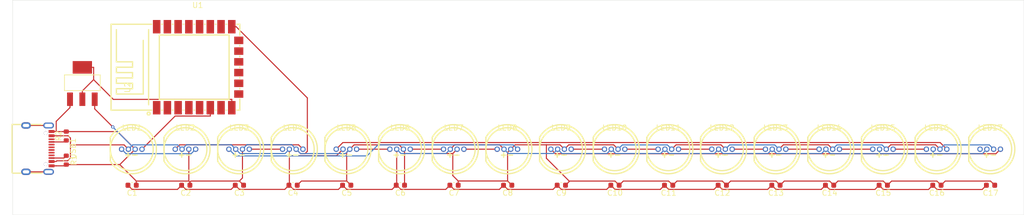
<source format=kicad_pcb>
(kicad_pcb (version 20240108) (generator "pcbnew") (generator_version "8.0")
  (layers (0 "F.Cu" signal) (31 "B.Cu" signal) (34 "B.Paste" user) (35 "F.Paste" user) (36 "B.SilkS" user "B.Silkscreen") (37 "F.SilkS" user "F.Silkscreen") (38 "B.Mask" user) (39 "F.Mask" user) (44 "Edge.Cuts" user))
  (net 0 "")
  (net 1 "GND")
  (net 2 "+5V")
  (net 3 "Net-(LED1-DIN)")
  (net 4 "Net-(LED1-DOUT)")
  (net 5 "Net-(LED2-DOUT)")
  (net 6 "Net-(LED3-DIN)")
  (net 7 "Net-(LED3-DOUT)")
  (net 8 "Net-(LED16-DIN)")
  (net 9 "Net-(LED5-DIN)")
  (net 10 "Net-(LED6-DIN)")
  (net 11 "Net-(LED7-DIN)")
  (net 12 "Net-(LED10-DOUT)")
  (net 13 "Net-(LED17-DIN)")
  (net 14 "Net-(LED10-DIN)")
  (net 15 "Net-(LED11-DIN)")
  (net 16 "Net-(LED12-DIN)")
  (net 17 "Net-(LED13-DIN)")
  (net 18 "Net-(LED14-DIN)")
  (net 19 "Net-(LED15-DIN)")
  (net 21 "Net-(USB1-CC2)")
  (net 22 "Net-(USB1-CC1)")
  (net 26 "Net-(U1-VCC)")
  (net 48 "unconnected-(USB1-SHELL-Pad14)")
  (net 49 "unconnected-(USB1-SHELL-Pad13)")
  (footprint "Capacitor_SMD:C_0603_1608Metric" (layer "F.Cu") (at 121.775 61 180)
    (property "Reference" "C5" (at 0 -1.43 0) (layer "F.SilkS"))
    (property "Value" "10uF")
    (pad "1" smd roundrect (at -0.775 0 180) (size 0.9 0.95) (layers "F.Cu" "F.Paste" "F.Mask") (net 1 "GND"))
    (pad "2" smd roundrect (at 0.775 0 180) (size 0.9 0.95) (layers "F.Cu" "F.Paste" "F.Mask") (net 2 "+5V"))
  )
  (footprint "easyeda2kicad:LED-TH_WS2812D-F8" (layer "F.Cu") (at 101.715 54.2838)
    (property "Reference" "LED3" (at 0 -4 0) (layer "F.SilkS"))
    (property "Value" "WS2812D-F8")
    (pad "1" thru_hole circle (at -1.9 0) (size 1 1) (drill 0.599999) (layers "*.Cu" "*.Mask") (net 7 "Net-(LED3-DOUT)"))
    (pad "2" thru_hole circle (at -0.63 0) (size 1 1) (drill 0.599999) (layers "*.Cu" "*.Mask") (net 2 "+5V"))
    (pad "3" thru_hole circle (at 0.63 0) (size 1 1) (drill 0.599999) (layers "*.Cu" "*.Mask") (net 1 "GND"))
    (pad "4" thru_hole circle (at 1.9 0) (size 1 1) (drill 0.599999) (layers "*.Cu" "*.Mask") (net 6 "Net-(LED3-DIN)"))
  )
  (footprint "easyeda2kicad:LED-TH_WS2812D-F8" (layer "F.Cu") (at 241.715 54.2838)
    (property "Reference" "LED17" (at 0 -4 0) (layer "F.SilkS"))
    (property "Value" "WS2812D-F8")
    (pad "1" thru_hole circle (at -1.9 0) (size 1 1) (drill 0.599999) (layers "*.Cu" "*.Mask"))
    (pad "2" thru_hole circle (at -0.63 0) (size 1 1) (drill 0.599999) (layers "*.Cu" "*.Mask") (net 2 "+5V"))
    (pad "3" thru_hole circle (at 0.63 0) (size 1 1) (drill 0.599999) (layers "*.Cu" "*.Mask") (net 1 "GND"))
    (pad "4" thru_hole circle (at 1.9 0) (size 1 1) (drill 0.599999) (layers "*.Cu" "*.Mask") (net 13 "Net-(LED17-DIN)"))
  )
  (footprint "easyeda2kicad:LED-TH_WS2812D-F8" (layer "F.Cu") (at 141.715 54.2838)
    (property "Reference" "LED7" (at 0 -4 0) (layer "F.SilkS"))
    (property "Value" "WS2812D-F8")
    (pad "1" thru_hole circle (at -1.9 0) (size 1 1) (drill 0.599999) (layers "*.Cu" "*.Mask") (net 10 "Net-(LED6-DIN)"))
    (pad "2" thru_hole circle (at -0.63 0) (size 1 1) (drill 0.599999) (layers "*.Cu" "*.Mask") (net 2 "+5V"))
    (pad "3" thru_hole circle (at 0.63 0) (size 1 1) (drill 0.599999) (layers "*.Cu" "*.Mask") (net 1 "GND"))
    (pad "4" thru_hole circle (at 1.9 0) (size 1 1) (drill 0.599999) (layers "*.Cu" "*.Mask") (net 11 "Net-(LED7-DIN)"))
  )
  (footprint "Capacitor_SMD:C_0603_1608Metric" (layer "F.Cu") (at 211.775 61 180)
    (property "Reference" "C14" (at 0 -1.43 0) (layer "F.SilkS"))
    (property "Value" "10uF")
    (pad "1" smd roundrect (at -0.775 0 180) (size 0.9 0.95) (layers "F.Cu" "F.Paste" "F.Mask") (net 1 "GND"))
    (pad "2" smd roundrect (at 0.775 0 180) (size 0.9 0.95) (layers "F.Cu" "F.Paste" "F.Mask") (net 2 "+5V"))
  )
  (footprint "easyeda2kicad:LED-TH_WS2812D-F8" (layer "F.Cu") (at 221.715 54.2838)
    (property "Reference" "LED15" (at 0 -4 0) (layer "F.SilkS"))
    (property "Value" "WS2812D-F8")
    (pad "1" thru_hole circle (at -1.9 0) (size 1 1) (drill 0.599999) (layers "*.Cu" "*.Mask") (net 18 "Net-(LED14-DIN)"))
    (pad "2" thru_hole circle (at -0.63 0) (size 1 1) (drill 0.599999) (layers "*.Cu" "*.Mask") (net 2 "+5V"))
    (pad "3" thru_hole circle (at 0.63 0) (size 1 1) (drill 0.599999) (layers "*.Cu" "*.Mask") (net 1 "GND"))
    (pad "4" thru_hole circle (at 1.9 0) (size 1 1) (drill 0.599999) (layers "*.Cu" "*.Mask") (net 19 "Net-(LED15-DIN)"))
  )
  (footprint "easyeda2kicad:LED-TH_WS2812D-F8" (layer "F.Cu") (at 191.715 54.2838)
    (property "Reference" "LED12" (at 0 -4 0) (layer "F.SilkS"))
    (property "Value" "WS2812D-F8")
    (pad "1" thru_hole circle (at -1.9 0) (size 1 1) (drill 0.599999) (layers "*.Cu" "*.Mask") (net 15 "Net-(LED11-DIN)"))
    (pad "2" thru_hole circle (at -0.63 0) (size 1 1) (drill 0.599999) (layers "*.Cu" "*.Mask") (net 2 "+5V"))
    (pad "3" thru_hole circle (at 0.63 0) (size 1 1) (drill 0.599999) (layers "*.Cu" "*.Mask") (net 1 "GND"))
    (pad "4" thru_hole circle (at 1.9 0) (size 1 1) (drill 0.599999) (layers "*.Cu" "*.Mask") (net 16 "Net-(LED12-DIN)"))
  )
  (footprint "Capacitor_SMD:C_0603_1608Metric" (layer "F.Cu") (at 141.775 61 180)
    (property "Reference" "C7" (at 0 -1.43 0) (layer "F.SilkS"))
    (property "Value" "10uF")
    (pad "1" smd roundrect (at -0.775 0 180) (size 0.9 0.95) (layers "F.Cu" "F.Paste" "F.Mask") (net 1 "GND"))
    (pad "2" smd roundrect (at 0.775 0 180) (size 0.9 0.95) (layers "F.Cu" "F.Paste" "F.Mask") (net 2 "+5V"))
  )
  (footprint "Capacitor_SMD:C_0603_1608Metric" (layer "F.Cu") (at 221.775 61 180)
    (property "Reference" "C15" (at 0 -1.43 0) (layer "F.SilkS"))
    (property "Value" "10uF")
    (pad "1" smd roundrect (at -0.775 0 180) (size 0.9 0.95) (layers "F.Cu" "F.Paste" "F.Mask") (net 1 "GND"))
    (pad "2" smd roundrect (at 0.775 0 180) (size 0.9 0.95) (layers "F.Cu" "F.Paste" "F.Mask") (net 2 "+5V"))
  )
  (footprint "Capacitor_SMD:C_0603_1608Metric" (layer "F.Cu") (at 181.775 61 180)
    (property "Reference" "C11" (at 0 -1.43 0) (layer "F.SilkS"))
    (property "Value" "10uF")
    (pad "1" smd roundrect (at -0.775 0 180) (size 0.9 0.95) (layers "F.Cu" "F.Paste" "F.Mask") (net 1 "GND"))
    (pad "2" smd roundrect (at 0.775 0 180) (size 0.9 0.95) (layers "F.Cu" "F.Paste" "F.Mask") (net 2 "+5V"))
  )
  (footprint "easyeda2kicad:LED-TH_WS2812D-F8" (layer "F.Cu") (at 171.715 54.2838)
    (property "Reference" "LED10" (at 0 -4 0) (layer "F.SilkS"))
    (property "Value" "WS2812D-F8")
    (pad "1" thru_hole circle (at -1.9 0) (size 1 1) (drill 0.599999) (layers "*.Cu" "*.Mask") (net 12 "Net-(LED10-DOUT)"))
    (pad "2" thru_hole circle (at -0.63 0) (size 1 1) (drill 0.599999) (layers "*.Cu" "*.Mask") (net 2 "+5V"))
    (pad "3" thru_hole circle (at 0.63 0) (size 1 1) (drill 0.599999) (layers "*.Cu" "*.Mask") (net 1 "GND"))
    (pad "4" thru_hole circle (at 1.9 0) (size 1 1) (drill 0.599999) (layers "*.Cu" "*.Mask") (net 14 "Net-(LED10-DIN)"))
  )
  (footprint "easyeda2kicad:LED-TH_WS2812D-F8" (layer "F.Cu") (at 211.715 54.2838)
    (property "Reference" "LED14" (at 0 -4 0) (layer "F.SilkS"))
    (property "Value" "WS2812D-F8")
    (pad "1" thru_hole circle (at -1.9 0) (size 1 1) (drill 0.599999) (layers "*.Cu" "*.Mask") (net 17 "Net-(LED13-DIN)"))
    (pad "2" thru_hole circle (at -0.63 0) (size 1 1) (drill 0.599999) (layers "*.Cu" "*.Mask") (net 2 "+5V"))
    (pad "3" thru_hole circle (at 0.63 0) (size 1 1) (drill 0.599999) (layers "*.Cu" "*.Mask") (net 1 "GND"))
    (pad "4" thru_hole circle (at 1.9 0) (size 1 1) (drill 0.599999) (layers "*.Cu" "*.Mask") (net 18 "Net-(LED14-DIN)"))
  )
  (footprint "Capacitor_SMD:C_0603_1608Metric" (layer "F.Cu") (at 241.775 61 180)
    (property "Reference" "C17" (at 0 -1.43 0) (layer "F.SilkS"))
    (property "Value" "10uF")
    (pad "1" smd roundrect (at -0.775 0 180) (size 0.9 0.95) (layers "F.Cu" "F.Paste" "F.Mask") (net 1 "GND"))
    (pad "2" smd roundrect (at 0.775 0 180) (size 0.9 0.95) (layers "F.Cu" "F.Paste" "F.Mask") (net 2 "+5V"))
  )
  (footprint "Capacitor_SMD:C_0603_1608Metric" (layer "F.Cu") (at 91.775 61 180)
    (property "Reference" "C2" (at 0 -1.43 0) (layer "F.SilkS"))
    (property "Value" "10uF")
    (pad "1" smd roundrect (at -0.775 0 180) (size 0.9 0.95) (layers "F.Cu" "F.Paste" "F.Mask") (net 1 "GND"))
    (pad "2" smd roundrect (at 0.775 0 180) (size 0.9 0.95) (layers "F.Cu" "F.Paste" "F.Mask") (net 2 "+5V"))
  )
  (footprint "Capacitor_SMD:C_0603_1608Metric" (layer "F.Cu") (at 111.775 61 180)
    (property "Reference" "C4" (at 0 -1.43 0) (layer "F.SilkS"))
    (property "Value" "10uF")
    (pad "1" smd roundrect (at -0.775 0 180) (size 0.9 0.95) (layers "F.Cu" "F.Paste" "F.Mask") (net 1 "GND"))
    (pad "2" smd roundrect (at 0.775 0 180) (size 0.9 0.95) (layers "F.Cu" "F.Paste" "F.Mask") (net 2 "+5V"))
  )
  (footprint "Resistor_SMD:R_0603_1608Metric" (layer "F.Cu") (at 69.5 51.825 90)
    (property "Reference" "R2" (at 0 -1.43 90) (layer "F.SilkS"))
    (property "Value" "5.11K")
    (pad "1" smd roundrect (at -0.825 0 90) (size 0.8 0.95) (layers "F.Cu" "F.Paste" "F.Mask") (net 22 "Net-(USB1-CC1)"))
    (pad "2" smd roundrect (at 0.825 0 90) (size 0.8 0.95) (layers "F.Cu" "F.Paste" "F.Mask") (net 1 "GND"))
  )
  (footprint "easyeda2kicad:LED-TH_WS2812D-F8" (layer "F.Cu") (at 91.715 54.2838)
    (property "Reference" "LED2" (at 0 -4 0) (layer "F.SilkS"))
    (property "Value" "WS2812D-F8")
    (pad "1" thru_hole circle (at -1.9 0) (size 1 1) (drill 0.599999) (layers "*.Cu" "*.Mask") (net 5 "Net-(LED2-DOUT)"))
    (pad "2" thru_hole circle (at -0.63 0) (size 1 1) (drill 0.599999) (layers "*.Cu" "*.Mask") (net 2 "+5V"))
    (pad "3" thru_hole circle (at 0.63 0) (size 1 1) (drill 0.599999) (layers "*.Cu" "*.Mask") (net 1 "GND"))
    (pad "4" thru_hole circle (at 1.9 0) (size 1 1) (drill 0.599999) (layers "*.Cu" "*.Mask") (net 4 "Net-(LED1-DOUT)"))
  )
  (footprint "easyeda2kicad:LED-TH_WS2812D-F8" (layer "F.Cu") (at 131.715 54.2838)
    (property "Reference" "LED6" (at 0 -4 0) (layer "F.SilkS"))
    (property "Value" "WS2812D-F8")
    (pad "1" thru_hole circle (at -1.9 0) (size 1 1) (drill 0.599999) (layers "*.Cu" "*.Mask") (net 9 "Net-(LED5-DIN)"))
    (pad "2" thru_hole circle (at -0.63 0) (size 1 1) (drill 0.599999) (layers "*.Cu" "*.Mask") (net 2 "+5V"))
    (pad "3" thru_hole circle (at 0.63 0) (size 1 1) (drill 0.599999) (layers "*.Cu" "*.Mask") (net 1 "GND"))
    (pad "4" thru_hole circle (at 1.9 0) (size 1 1) (drill 0.599999) (layers "*.Cu" "*.Mask") (net 10 "Net-(LED6-DIN)"))
  )
  (footprint "Capacitor_SMD:C_0603_1608Metric" (layer "F.Cu") (at 171.775 61 180)
    (property "Reference" "C10" (at 0 -1.43 0) (layer "F.SilkS"))
    (property "Value" "10uF")
    (pad "1" smd roundrect (at -0.775 0 180) (size 0.9 0.95) (layers "F.Cu" "F.Paste" "F.Mask") (net 1 "GND"))
    (pad "2" smd roundrect (at 0.775 0 180) (size 0.9 0.95) (layers "F.Cu" "F.Paste" "F.Mask") (net 2 "+5V"))
  )
  (footprint "easyeda2kicad:LED-TH_WS2812D-F8" (layer "F.Cu") (at 81.715 54.2838)
    (property "Reference" "LED1" (at 0 -4 0) (layer "F.SilkS"))
    (property "Value" "WS2812D-F8")
    (pad "1" thru_hole circle (at -1.9 0) (size 1 1) (drill 0.599999) (layers "*.Cu" "*.Mask") (net 4 "Net-(LED1-DOUT)"))
    (pad "2" thru_hole circle (at -0.63 0) (size 1 1) (drill 0.599999) (layers "*.Cu" "*.Mask") (net 2 "+5V"))
    (pad "3" thru_hole circle (at 0.63 0) (size 1 1) (drill 0.599999) (layers "*.Cu" "*.Mask") (net 1 "GND"))
    (pad "4" thru_hole circle (at 1.9 0) (size 1 1) (drill 0.599999) (layers "*.Cu" "*.Mask") (net 3 "Net-(LED1-DIN)"))
  )
  (footprint "easyeda2kicad:WIFIM-SMD_ESP-12F-ESP8266MOD" (layer "F.Cu") (at 94 39)
    (property "Reference" "U1" (at 0 -11.55 0) (layer "F.SilkS"))
    (property "Value" "ESP-12F(ESP8266MOD)")
    (pad "1" smd rect (at -7.65 7.55 90) (size 2.5 1.4) (layers "F.Cu" "F.Paste" "F.Mask"))
    (pad "2" smd rect (at -5.65 7.55 90) (size 2.5 1.4) (layers "F.Cu" "F.Paste" "F.Mask"))
    (pad "3" smd rect (at -3.65 7.55 90) (size 2.5 1.4) (layers "F.Cu" "F.Paste" "F.Mask"))
    (pad "4" smd rect (at -1.65 7.55 90) (size 2.5 1.4) (layers "F.Cu" "F.Paste" "F.Mask"))
    (pad "5" smd rect (at 0.35 7.55 90) (size 2.5 1.4) (layers "F.Cu" "F.Paste" "F.Mask"))
    (pad "6" smd rect (at 2.35 7.55 90) (size 2.5 1.4) (layers "F.Cu" "F.Paste" "F.Mask") (net 3 "Net-(LED1-DIN)"))
    (pad "7" smd rect (at 4.35 7.55 90) (size 2.5 1.4) (layers "F.Cu" "F.Paste" "F.Mask"))
    (pad "8" smd rect (at 6.35 7.55 90) (size 2.5 1.4) (layers "F.Cu" "F.Paste" "F.Mask") (net 26 "Net-(U1-VCC)"))
    (pad "9" smd rect (at 6.35 -7.55 270) (size 2.5 1.4) (layers "F.Cu" "F.Paste" "F.Mask") (net 1 "GND"))
    (pad "10" smd rect (at 4.35 -7.55 270) (size 2.5 1.4) (layers "F.Cu" "F.Paste" "F.Mask"))
    (pad "11" smd rect (at 2.35 -7.55 270) (size 2.5 1.4) (layers "F.Cu" "F.Paste" "F.Mask"))
    (pad "12" smd rect (at 0.35 -7.55 270) (size 2.5 1.4) (layers "F.Cu" "F.Paste" "F.Mask"))
    (pad "13" smd rect (at -1.65 -7.55 270) (size 2.5 1.4) (layers "F.Cu" "F.Paste" "F.Mask"))
    (pad "14" smd rect (at -3.65 -7.55 270) (size 2.5 1.4) (layers "F.Cu" "F.Paste" "F.Mask"))
    (pad "15" smd rect (at -5.65 -7.55 270) (size 2.5 1.4) (layers "F.Cu" "F.Paste" "F.Mask"))
    (pad "16" smd rect (at -7.65 -7.55 270) (size 2.5 1.4) (layers "F.Cu" "F.Paste" "F.Mask"))
    (pad "17" smd rect (at 7.65 5 180) (size 1.7 1.4) (layers "F.Cu" "F.Paste" "F.Mask"))
    (pad "18" smd rect (at 7.65 3 180) (size 1.7 1.4) (layers "F.Cu" "F.Paste" "F.Mask"))
    (pad "19" smd rect (at 7.65 1 180) (size 1.7 1.4) (layers "F.Cu" "F.Paste" "F.Mask"))
    (pad "20" smd rect (at 7.65 -1 180) (size 1.7 1.4) (layers "F.Cu" "F.Paste" "F.Mask"))
    (pad "21" smd rect (at 7.65 -3 180) (size 1.7 1.4) (layers "F.Cu" "F.Paste" "F.Mask"))
    (pad "22" smd rect (at 7.65 -5 180) (size 1.7 1.4) (layers "F.Cu" "F.Paste" "F.Mask"))
  )
  (footprint "easyeda2kicad:LED-TH_WS2812D-F8" (layer "F.Cu") (at 161.715 54.2838)
    (property "Reference" "LED9" (at 0 -4 0) (layer "F.SilkS"))
    (property "Value" "WS2812D-F8")
    (pad "1" thru_hole circle (at -1.9 0) (size 1 1) (drill 0.599999) (layers "*.Cu" "*.Mask") (net 13 "Net-(LED17-DIN)"))
    (pad "2" thru_hole circle (at -0.63 0) (size 1 1) (drill 0.599999) (layers "*.Cu" "*.Mask") (net 2 "+5V"))
    (pad "3" thru_hole circle (at 0.63 0) (size 1 1) (drill 0.599999) (layers "*.Cu" "*.Mask") (net 1 "GND"))
    (pad "4" thru_hole circle (at 1.9 0) (size 1 1) (drill 0.599999) (layers "*.Cu" "*.Mask") (net 12 "Net-(LED10-DOUT)"))
  )
  (footprint "Capacitor_SMD:C_0603_1608Metric" (layer "F.Cu") (at 81.775 61 180)
    (property "Reference" "C1" (at 0 -1.43 0) (layer "F.SilkS"))
    (property "Value" "10uF")
    (pad "1" smd roundrect (at -0.775 0 180) (size 0.9 0.95) (layers "F.Cu" "F.Paste" "F.Mask") (net 1 "GND"))
    (pad "2" smd roundrect (at 0.775 0 180) (size 0.9 0.95) (layers "F.Cu" "F.Paste" "F.Mask") (net 2 "+5V"))
  )
  (footprint "Capacitor_SMD:C_0603_1608Metric" (layer "F.Cu") (at 201.775 61 180)
    (property "Reference" "C13" (at 0 -1.43 0) (layer "F.SilkS"))
    (property "Value" "10uF")
    (pad "1" smd roundrect (at -0.775 0 180) (size 0.9 0.95) (layers "F.Cu" "F.Paste" "F.Mask") (net 1 "GND"))
    (pad "2" smd roundrect (at 0.775 0 180) (size 0.9 0.95) (layers "F.Cu" "F.Paste" "F.Mask") (net 2 "+5V"))
  )
  (footprint "easyeda2kicad:LED-TH_WS2812D-F8" (layer "F.Cu") (at 201.715 54.2838)
    (property "Reference" "LED13" (at 0 -4 0) (layer "F.SilkS"))
    (property "Value" "WS2812D-F8")
    (pad "1" thru_hole circle (at -1.9 0) (size 1 1) (drill 0.599999) (layers "*.Cu" "*.Mask") (net 16 "Net-(LED12-DIN)"))
    (pad "2" thru_hole circle (at -0.63 0) (size 1 1) (drill 0.599999) (layers "*.Cu" "*.Mask") (net 2 "+5V"))
    (pad "3" thru_hole circle (at 0.63 0) (size 1 1) (drill 0.599999) (layers "*.Cu" "*.Mask") (net 1 "GND"))
    (pad "4" thru_hole circle (at 1.9 0) (size 1 1) (drill 0.599999) (layers "*.Cu" "*.Mask") (net 17 "Net-(LED13-DIN)"))
  )
  (footprint "easyeda2kicad:LED-TH_WS2812D-F8" (layer "F.Cu") (at 231.715 54.2838)
    (property "Reference" "LED16" (at 0 -4 0) (layer "F.SilkS"))
    (property "Value" "WS2812D-F8")
    (pad "1" thru_hole circle (at -1.9 0) (size 1 1) (drill 0.599999) (layers "*.Cu" "*.Mask") (net 19 "Net-(LED15-DIN)"))
    (pad "2" thru_hole circle (at -0.63 0) (size 1 1) (drill 0.599999) (layers "*.Cu" "*.Mask") (net 2 "+5V"))
    (pad "3" thru_hole circle (at 0.63 0) (size 1 1) (drill 0.599999) (layers "*.Cu" "*.Mask") (net 1 "GND"))
    (pad "4" thru_hole circle (at 1.9 0) (size 1 1) (drill 0.599999) (layers "*.Cu" "*.Mask") (net 8 "Net-(LED16-DIN)"))
  )
  (footprint "Resistor_SMD:R_0603_1608Metric" (layer "F.Cu") (at 69.5 56.325 -90)
    (property "Reference" "R1" (at 0 -1.43 90) (layer "F.SilkS"))
    (property "Value" "5.11K")
    (pad "1" smd roundrect (at -0.825 0 270) (size 0.8 0.95) (layers "F.Cu" "F.Paste" "F.Mask") (net 21 "Net-(USB1-CC2)"))
    (pad "2" smd roundrect (at 0.825 0 270) (size 0.8 0.95) (layers "F.Cu" "F.Paste" "F.Mask") (net 1 "GND"))
  )
  (footprint "Capacitor_SMD:C_0603_1608Metric" (layer "F.Cu") (at 191.775 61 180)
    (property "Reference" "C12" (at 0 -1.43 0) (layer "F.SilkS"))
    (property "Value" "10uF")
    (pad "1" smd roundrect (at -0.775 0 180) (size 0.9 0.95) (layers "F.Cu" "F.Paste" "F.Mask") (net 1 "GND"))
    (pad "2" smd roundrect (at 0.775 0 180) (size 0.9 0.95) (layers "F.Cu" "F.Paste" "F.Mask") (net 2 "+5V"))
  )
  (footprint "easyeda2kicad:USB-C-SMD_TYPE-C-6PIN-2MD-073" (layer "F.Cu") (at 64.38 54.18 -90)
    (property "Reference" "USB1" (at 0 -6.38 90) (layer "F.SilkS"))
    (property "Value" "TYPE-C 16PIN 2MD(073)")
    (pad "" thru_hole circle (at -2.89 -1.3 270) (size 0.7 0.7) (drill 0.7) (layers "*.Cu" "*.Mask"))
    (pad "" thru_hole circle (at 2.89 -1.3 270) (size 0.7 0.7) (drill 0.7) (layers "*.Cu" "*.Mask"))
    (pad "1" smd rect (at -3.2 -2.38 270) (size 0.55 1.1) (layers "F.Cu" "F.Paste" "F.Mask") (net 1 "GND"))
    (pad "2" smd rect (at -2.4 -2.38 270) (size 0.55 1.1) (layers "F.Cu" "F.Paste" "F.Mask") (net 2 "+5V"))
    (pad "3" smd rect (at -1.75 -2.38 270) (size 0.3 1.1) (layers "F.Cu" "F.Paste" "F.Mask"))
    (pad "4" smd rect (at -1.25 -2.38 270) (size 0.3 1.1) (layers "F.Cu" "F.Paste" "F.Mask") (net 22 "Net-(USB1-CC1)"))
    (pad "5" smd rect (at -0.75 -2.38 270) (size 0.3 1.1) (layers "F.Cu" "F.Paste" "F.Mask"))
    (pad "6" smd rect (at -0.25 -2.38 270) (size 0.3 1.1) (layers "F.Cu" "F.Paste" "F.Mask"))
    (pad "7" smd rect (at 0.25 -2.38 270) (size 0.3 1.1) (layers "F.Cu" "F.Paste" "F.Mask"))
    (pad "8" smd rect (at 0.75 -2.38 270) (size 0.3 1.1) (layers "F.Cu" "F.Paste" "F.Mask"))
    (pad "9" smd rect (at 1.25 -2.38 270) (size 0.3 1.1) (layers "F.Cu" "F.Paste" "F.Mask"))
    (pad "10" smd rect (at 1.75 -2.38 270) (size 0.3 1.1) (layers "F.Cu" "F.Paste" "F.Mask") (net 21 "Net-(USB1-CC2)"))
    (pad "11" smd rect (at 2.4 -2.38 270) (size 0.55 1.1) (layers "F.Cu" "F.Paste" "F.Mask") (net 2 "+5V"))
    (pad "12" smd rect (at 3.2 -2.38 270) (size 0.55 1.1) (layers "F.Cu" "F.Paste" "F.Mask") (net 1 "GND"))
    (pad "13" thru_hole oval (at -4.32 -1.83 270) (size 1.1 2) (drill oval 0.599999 1.499997) (layers "*.Cu" "*.Mask") (net 49 "unconnected-(USB1-SHELL-Pad13)"))
    (pad "13" thru_hole oval (at -4.32 2.38 270) (size 1.2 1.8) (drill oval 0.599999 1.199998) (layers "*.Cu" "*.Mask") (net 49 "unconnected-(USB1-SHELL-Pad13)"))
    (pad "14" thru_hole oval (at 4.32 -1.83 270) (size 1.1 2) (drill oval 0.599999 1.500022) (layers "*.Cu" "*.Mask") (net 48 "unconnected-(USB1-SHELL-Pad14)"))
    (pad "14" thru_hole oval (at 4.32 2.38 270) (size 1.2 1.8) (drill oval 0.599999 1.199998) (layers "*.Cu" "*.Mask") (net 48 "unconnected-(USB1-SHELL-Pad14)"))
  )
  (footprint "easyeda2kicad:LED-TH_WS2812D-F8" (layer "F.Cu") (at 121.715 54.2838)
    (property "Reference" "LED5" (at 0 -4 0) (layer "F.SilkS"))
    (property "Value" "WS2812D-F8")
    (pad "1" thru_hole circle (at -1.9 0) (size 1 1) (drill 0.599999) (layers "*.Cu" "*.Mask") (net 8 "Net-(LED16-DIN)"))
    (pad "2" thru_hole circle (at -0.63 0) (size 1 1) (drill 0.599999) (layers "*.Cu" "*.Mask") (net 2 "+5V"))
    (pad "3" thru_hole circle (at 0.63 0) (size 1 1) (drill 0.599999) (layers "*.Cu" "*.Mask") (net 1 "GND"))
    (pad "4" thru_hole circle (at 1.9 0) (size 1 1) (drill 0.599999) (layers "*.Cu" "*.Mask") (net 9 "Net-(LED5-DIN)"))
  )
  (footprint "easyeda2kicad:LED-TH_WS2812D-F8" (layer "F.Cu") (at 151.715 54.2838)
    (property "Reference" "LED8" (at 0 -4 0) (layer "F.SilkS"))
    (property "Value" "WS2812D-F8")
    (pad "1" thru_hole circle (at -1.9 0) (size 1 1) (drill 0.599999) (layers "*.Cu" "*.Mask") (net 11 "Net-(LED7-DIN)"))
    (pad "2" thru_hole circle (at -0.63 0) (size 1 1) (drill 0.599999) (layers "*.Cu" "*.Mask") (net 2 "+5V"))
    (pad "3" thru_hole circle (at 0.63 0) (size 1 1) (drill 0.599999) (layers "*.Cu" "*.Mask") (net 1 "GND"))
    (pad "4" thru_hole circle (at 1.9 0) (size 1 1) (drill 0.599999) (layers "*.Cu" "*.Mask") (net 7 "Net-(LED3-DOUT)"))
  )
  (footprint "Capacitor_SMD:C_0603_1608Metric" (layer "F.Cu") (at 161.775 61 180)
    (property "Reference" "C9" (at 0 -1.43 0) (layer "F.SilkS"))
    (property "Value" "10uF")
    (pad "1" smd roundrect (at -0.775 0 180) (size 0.9 0.95) (layers "F.Cu" "F.Paste" "F.Mask") (net 1 "GND"))
    (pad "2" smd roundrect (at 0.775 0 180) (size 0.9 0.95) (layers "F.Cu" "F.Paste" "F.Mask") (net 2 "+5V"))
  )
  (footprint "easyeda2kicad:LED-TH_WS2812D-F8" (layer "F.Cu") (at 111.715 54.2838)
    (property "Reference" "LED4" (at 0 -4 0) (layer "F.SilkS"))
    (property "Value" "WS2812D-F8")
    (pad "1" thru_hole circle (at -1.9 0) (size 1 1) (drill 0.599999) (layers "*.Cu" "*.Mask") (net 6 "Net-(LED3-DIN)"))
    (pad "2" thru_hole circle (at -0.63 0) (size 1 1) (drill 0.599999) (layers "*.Cu" "*.Mask") (net 2 "+5V"))
    (pad "3" thru_hole circle (at 0.63 0) (size 1 1) (drill 0.599999) (layers "*.Cu" "*.Mask") (net 1 "GND"))
    (pad "4" thru_hole circle (at 1.9 0) (size 1 1) (drill 0.599999) (layers "*.Cu" "*.Mask") (net 5 "Net-(LED2-DOUT)"))
  )
  (footprint "Capacitor_SMD:C_0603_1608Metric" (layer "F.Cu") (at 131.775 61 180)
    (property "Reference" "C6" (at 0 -1.43 0) (layer "F.SilkS"))
    (property "Value" "10uF")
    (pad "1" smd roundrect (at -0.775 0 180) (size 0.9 0.95) (layers "F.Cu" "F.Paste" "F.Mask") (net 1 "GND"))
    (pad "2" smd roundrect (at 0.775 0 180) (size 0.9 0.95) (layers "F.Cu" "F.Paste" "F.Mask") (net 2 "+5V"))
  )
  (footprint "Capacitor_SMD:C_0603_1608Metric" (layer "F.Cu") (at 231.775 61 180)
    (property "Reference" "C16" (at 0 -1.43 0) (layer "F.SilkS"))
    (property "Value" "10uF")
    (pad "1" smd roundrect (at -0.775 0 180) (size 0.9 0.95) (layers "F.Cu" "F.Paste" "F.Mask") (net 1 "GND"))
    (pad "2" smd roundrect (at 0.775 0 180) (size 0.9 0.95) (layers "F.Cu" "F.Paste" "F.Mask") (net 2 "+5V"))
  )
  (footprint "easyeda2kicad:SOT-223-3_L6.5-W3.4-P2.30-LS7.0-BR" (layer "F.Cu") (at 72.5 42 -90)
    (property "Reference" "U2" (at 0.78 -8.4125 90) (layer "F.SilkS"))
    (property "Value" "AZ1117H-3.3TRG1")
    (pad "1" smd rect (at 2.97 2.3 270) (size 2.5 1.1) (layers "F.Cu" "F.Paste" "F.Mask") (net 1 "GND"))
    (pad "2" smd rect (at 2.97 0 270) (size 2.5 1.1) (layers "F.Cu" "F.Paste" "F.Mask") (net 26 "Net-(U1-VCC)"))
    (pad "3" smd rect (at 2.97 -2.3 270) (size 2.5 1.1) (layers "F.Cu" "F.Paste" "F.Mask") (net 2 "+5V"))
    (pad "4" smd rect (at -2.97 0 270) (size 2.34 3.6) (layers "F.Cu" "F.Paste" "F.Mask") (net 26 "Net-(U1-VCC)"))
  )
  (footprint "easyeda2kicad:LED-TH_WS2812D-F8" (layer "F.Cu") (at 181.715 54.2838)
    (property "Reference" "LED11" (at 0 -4 0) (layer "F.SilkS"))
    (property "Value" "WS2812D-F8")
    (pad "1" thru_hole circle (at -1.9 0) (size 1 1) (drill 0.599999) (layers "*.Cu" "*.Mask") (net 14 "Net-(LED10-DIN)"))
    (pad "2" thru_hole circle (at -0.63 0) (size 1 1) (drill 0.599999) (layers "*.Cu" "*.Mask") (net 2 "+5V"))
    (pad "3" thru_hole circle (at 0.63 0) (size 1 1) (drill 0.599999) (layers "*.Cu" "*.Mask") (net 1 "GND"))
    (pad "4" thru_hole circle (at 1.9 0) (size 1 1) (drill 0.599999) (layers "*.Cu" "*.Mask") (net 15 "Net-(LED11-DIN)"))
  )
  (footprint "Capacitor_SMD:C_0603_1608Metric" (layer "F.Cu") (at 101.775 61 180)
    (property "Reference" "C3" (at 0 -1.43 0) (layer "F.SilkS"))
    (property "Value" "10uF")
    (pad "1" smd roundrect (at -0.775 0 180) (size 0.9 0.95) (layers "F.Cu" "F.Paste" "F.Mask") (net 1 "GND"))
    (pad "2" smd roundrect (at 0.775 0 180) (size 0.9 0.95) (layers "F.Cu" "F.Paste" "F.Mask") (net 2 "+5V"))
  )
  (footprint "Capacitor_SMD:C_0603_1608Metric" (layer "F.Cu") (at 151.775 61 180)
    (property "Reference" "C8" (at 0 -1.43 0) (layer "F.SilkS"))
    (property "Value" "10uF")
    (pad "1" smd roundrect (at -0.775 0 180) (size 0.9 0.95) (layers "F.Cu" "F.Paste" "F.Mask") (net 1 "GND"))
    (pad "2" smd roundrect (at 0.775 0 180) (size 0.9 0.95) (layers "F.Cu" "F.Paste" "F.Mask") (net 2 "+5V"))
  )
  (gr_rect (start 59.5 26.5) (end 248 66.5) (stroke (width 0.05)) (fill none) (layer "Edge.Cuts"))
  (segment (start 92.345 60.2212) (end 92.55 60.4262) (width 0.2) (layer "F.Cu") (net 1))
  (segment (start 242.55 61) (end 241.7724 60.2224) (width 0.2) (layer "F.Cu") (net 1))
  (segment (start 132.55 54.4888) (end 132.345 54.2838) (width 0.2) (layer "F.Cu") (net 1))
  (segment (start 152.345 54.2838) (end 153.1657 53.4631) (width 0.2) (layer "F.Cu") (net 1))
  (segment (start 202.55 61) (end 201.7724 60.2224) (width 0.2) (layer "F.Cu") (net 1))
  (segment (start 201.7724 60.2224) (end 193.3276 60.2224) (width 0.2) (layer "F.Cu") (net 1))
  (segment (start 213.3276 60.2224) (end 212.55 61) (width 0.2) (layer "F.Cu") (net 1))
  (segment (start 114.4365 44.725) (end 101.1615 31.45) (width 0.2) (layer "F.Cu") (net 1))
  (segment (start 182.55 61) (end 181.7724 60.2224) (width 0.2) (layer "F.Cu") (net 1))
  (segment (start 67.6317 50.98) (end 67.6517 51) (width 0.2) (layer "F.Cu") (net 1))
  (segment (start 223.165 53.4638) (end 231.525 53.4638) (width 0.2) (layer "F.Cu") (net 1))
  (segment (start 172.55 61) (end 171.7724 60.2224) (width 0.2) (layer "F.Cu") (net 1))
  (segment (start 203.1642 53.4646) (end 211.5258 53.4646) (width 0.2) (layer "F.Cu") (net 1))
  (segment (start 112.55 61) (end 113.3333 60.2167) (width 0.2) (layer "F.Cu") (net 1))
  (segment (start 211.5258 53.4646) (end 212.345 54.2838) (width 0.2) (layer "F.Cu") (net 1))
  (segment (start 66.76 50.98) (end 67.6117 50.98) (width 0.2) (layer "F.Cu") (net 1))
  (segment (start 163.2362 60.3138) (end 162.55 61) (width 0.2) (layer "F.Cu") (net 1))
  (segment (start 114.015 55.0934) (end 114.4365 54.6719) (width 0.2) (layer "F.Cu") (net 1))
  (segment (start 121.7667 60.2167) (end 121.7667 54.8621) (width 0.2) (layer "F.Cu") (net 1))
  (segment (start 223.3276 60.2224) (end 222.55 61) (width 0.2) (layer "F.Cu") (net 1))
  (segment (start 67.6317 50.98) (end 67.6117 50.98) (width 0.2) (layer "F.Cu") (net 1))
  (segment (start 191.5265 53.4653) (end 192.345 54.2838) (width 0.2) (layer "F.Cu") (net 1))
  (segment (start 161.5243 53.4631) (end 162.345 54.2838) (width 0.2) (layer "F.Cu") (net 1))
  (segment (start 131.5333 53.4721) (end 123.1567 53.4721) (width 0.2) (layer "F.Cu") (net 1))
  (segment (start 193.3276 60.2224) (end 192.55 61) (width 0.2) (layer "F.Cu") (net 1))
  (segment (start 141.5415 55.0873) (end 142.345 54.2838) (width 0.2) (layer "F.Cu") (net 1))
  (segment (start 173.3276 60.2224) (end 172.55 61) (width 0.2) (layer "F.Cu") (net 1))
  (segment (start 171.5273 53.4661) (end 172.345 54.2838) (width 0.2) (layer "F.Cu") (net 1))
  (segment (start 212.55 61) (end 211.7724 60.2224) (width 0.2) (layer "F.Cu") (net 1))
  (segment (start 70.2 46.5217) (end 67.6317 49.09) (width 0.2) (layer "F.Cu") (net 1))
  (segment (start 92.345 54.2838) (end 92.345 60.2212) (width 0.2) (layer "F.Cu") (net 1))
  (segment (start 79.4788 57.15) (end 69.5 57.15) (width 0.2) (layer "F.Cu") (net 1))
  (segment (start 121.7667 54.8621) (end 122.345 54.2838) (width 0.2) (layer "F.Cu") (net 1))
  (segment (start 113.3333 60.2167) (end 121.7667 60.2167) (width 0.2) (layer "F.Cu") (net 1))
  (segment (start 82.345 54.2838) (end 79.0612 51) (width 0.2) (layer "F.Cu") (net 1))
  (segment (start 151.7578 54.871) (end 152.345 54.2838) (width 0.2) (layer "F.Cu") (net 1))
  (segment (start 142.55 60.2078) (end 151.7578 60.2078) (width 0.2) (layer "F.Cu") (net 1))
  (segment (start 114.4365 54.6719) (end 114.4365 44.725) (width 0.2) (layer "F.Cu") (net 1))
  (segment (start 163.2362 60.2224) (end 163.2362 60.3138) (width 0.2) (layer "F.Cu") (net 1))
  (segment (start 82.55 60.2212) (end 79.4788 57.15) (width 0.2) (layer "F.Cu") (net 1))
  (segment (start 203.3276 60.2224) (end 202.55 61) (width 0.2) (layer "F.Cu") (net 1))
  (segment (start 92.345 60.2212) (end 82.55 60.2212) (width 0.2) (layer "F.Cu") (net 1))
  (segment (start 82.345 54.2838) (end 79.4788 57.15) (width 0.2) (layer "F.Cu") (net 1))
  (segment (start 112.345 54.2838) (end 113.1546 55.0934) (width 0.2) (layer "F.Cu") (net 1))
  (segment (start 158.9914 53.4631) (end 161.5243 53.4631) (width 0.2) (layer "F.Cu") (net 1))
  (segment (start 132.55 55.0873) (end 141.5415 55.0873) (width 0.2) (layer "F.Cu") (net 1))
  (segment (start 151.7578 60.2078) (end 152.55 61) (width 0.2) (layer "F.Cu") (net 1))
  (segment (start 171.7724 60.2224) (end 163.2362 60.2224) (width 0.2) (layer "F.Cu") (net 1))
  (segment (start 231.525 53.4638) (end 232.345 54.2838) (width 0.2) (layer "F.Cu") (net 1))
  (segment (start 141.5415 55.0873) (end 141.5415 59.1993) (width 0.2) (layer "F.Cu") (net 1))
  (segment (start 121.7667 60.2167) (end 122.55 61) (width 0.2) (layer "F.Cu") (net 1))
  (segment (start 183.1635 53.4653) (end 191.5265 53.4653) (width 0.2) (layer "F.Cu") (net 1))
  (segment (start 101.7673 60.2173) (end 102.345 59.6396) (width 0.2) (layer "F.Cu") (net 1))
  (segment (start 92.55 60.4262) (end 92.7589 60.2173) (width 0.2) (layer "F.Cu") (net 1))
  (segment (start 123.1567 53.4721) (end 122.345 54.2838) (width 0.2) (layer "F.Cu") (net 1))
  (segment (start 192.55 61) (end 191.7724 60.2224) (width 0.2) (layer "F.Cu") (net 1))
  (segment (start 69.5 57.15) (end 69.27 57.38) (width 0.2) (layer "F.Cu") (net 1))
  (segment (start 79.0612 51) (end 69.5 51) (width 0.2) (layer "F.Cu") (net 1))
  (segment (start 158.9914 53.4631) (end 158.9914 55.9776) (width 0.2) (layer "F.Cu") (net 1))
  (segment (start 70.2 44.97) (end 70.2 46.5217) (width 0.2) (layer "F.Cu") (net 1))
  (segment (start 191.7724 60.2224) (end 183.3276 60.2224) (width 0.2) (layer "F.Cu") (net 1))
  (segment (start 132.55 61) (end 132.55 55.0873) (width 0.2) (layer "F.Cu") (net 1))
  (segment (start 202.345 54.2838) (end 203.1642 53.4646) (width 0.2) (layer "F.Cu") (net 1))
  (segment (start 222.345 54.2838) (end 223.165 53.4638) (width 0.2) (layer "F.Cu") (net 1))
  (segment (start 241.7724 60.2224) (end 233.3276 60.2224) (width 0.2) (layer "F.Cu") (net 1))
  (segment (start 183.3276 60.2224) (end 182.55 61) (width 0.2) (layer "F.Cu") (net 1))
  (segment (start 211.7724 60.2224) (end 203.3276 60.2224) (width 0.2) (layer "F.Cu") (net 1))
  (segment (start 153.1657 53.4631) (end 158.9914 53.4631) (width 0.2) (layer "F.Cu") (net 1))
  (segment (start 231.7724 60.2224) (end 223.3276 60.2224) (width 0.2) (layer "F.Cu") (net 1))
  (segment (start 82.55 61) (end 82.55 60.2212) (width 0.2) (layer "F.Cu") (net 1))
  (segment (start 132.55 55.0873) (end 132.55 54.4888) (width 0.2) (layer "F.Cu") (net 1))
  (segment (start 101.1615 31.45) (end 100.35 31.45) (width 0.2) (layer "F.Cu") (net 1))
  (segment (start 66.76 57.38) (end 67.6117 57.38) (width 0.2) (layer "F.Cu") (net 1))
  (segment (start 92.7589 60.2173) (end 101.7673 60.2173) (width 0.2) (layer "F.Cu") (net 1))
  (segment (start 232.55 61) (end 231.7724 60.2224) (width 0.2) (layer "F.Cu") (net 1))
  (segment (start 67.6517 51) (end 69.5 51) (width 0.2) (layer "F.Cu") (net 1))
  (segment (start 92.55 60.4262) (end 92.55 61) (width 0.2) (layer "F.Cu") (net 1))
  (segment (start 67.6317 49.09) (end 67.6317 50.98) (width 0.2) (layer "F.Cu") (net 1))
  (segment (start 132.345 54.2838) (end 131.5333 53.4721) (width 0.2) (layer "F.Cu") (net 1))
  (segment (start 221.7724 60.2224) (end 213.3276 60.2224) (width 0.2) (layer "F.Cu") (net 1))
  (segment (start 233.3276 60.2224) (end 232.55 61) (width 0.2) (layer "F.Cu") (net 1))
  (segment (start 113.1546 55.0934) (end 114.015 55.0934) (width 0.2) (layer "F.Cu") (net 1))
  (segment (start 181.7724 60.2224) (end 173.3276 60.2224) (width 0.2) (layer "F.Cu") (net 1))
  (segment (start 182.345 54.2838) (end 183.1635 53.4653) (width 0.2) (layer "F.Cu") (net 1))
  (segment (start 101.7673 60.2173) (end 102.55 61) (width 0.2) (layer "F.Cu") (net 1))
  (segment (start 222.55 61) (end 221.7724 60.2224) (width 0.2) (layer "F.Cu") (net 1))
  (segment (start 151.7578 60.2078) (end 151.7578 54.871) (width 0.2) (layer "F.Cu") (net 1))
  (segment (start 162.345 54.2838) (end 163.1627 53.4661) (width 0.2) (layer "F.Cu") (net 1))
  (segment (start 141.5415 59.1993) (end 142.55 60.2078) (width 0.2) (layer "F.Cu") (net 1))
  (segment (start 158.9914 55.9776) (end 163.2362 60.2224) (width 0.2) (layer "F.Cu") (net 1))
  (segment (start 163.1627 53.4661) (end 171.5273 53.4661) (width 0.2) (layer "F.Cu") (net 1))
  (segment (start 102.345 59.6396) (end 102.345 54.2838) (width 0.2) (layer "F.Cu") (net 1))
  (segment (start 69.27 57.38) (end 67.6117 57.38) (width 0.2) (layer "F.Cu") (net 1))
  (segment (start 142.55 60.2078) (end 142.55 61) (width 0.2) (layer "F.Cu") (net 1))
  (segment (start 221.5433 53.4821) (end 222.345 54.2838) (width 0.2) (layer "B.Cu") (net 1))
  (segment (start 201.5433 53.4821) (end 202.345 54.2838) (width 0.2) (layer "B.Cu") (net 1))
  (segment (start 212.345 54.2838) (end 213.1467 53.4821) (width 0.2) (layer "B.Cu") (net 1))
  (segment (start 122.345 54.2838) (end 121.5315 55.0973) (width 0.2) (layer "B.Cu") (net 1))
  (segment (start 181.5433 53.4821) (end 182.345 54.2838) (width 0.2) (layer "B.Cu") (net 1))
  (segment (start 172.345 54.2838) (end 173.1467 53.4821) (width 0.2) (layer "B.Cu") (net 1))
  (segment (start 121.5315 55.0973) (end 113.1585 55.0973) (width 0.2) (layer "B.Cu") (net 1))
  (segment (start 173.1467 53.4821) (end 181.5433 53.4821) (width 0.2) (layer "B.Cu") (net 1))
  (segment (start 111.4982 53.437) (end 103.1918 53.437) (width 0.2) (layer "B.Cu") (net 1))
  (segment (start 103.1918 53.437) (end 102.345 54.2838) (width 0.2) (layer "B.Cu") (net 1))
  (segment (start 232.345 54.2838) (end 233.1477 53.4811) (width 0.2) (layer "B.Cu") (net 1))
  (segment (start 241.5423 53.4811) (end 242.345 54.2838) (width 0.2) (layer "B.Cu") (net 1))
  (segment (start 192.345 54.2838) (end 193.1467 53.4821) (width 0.2) (layer "B.Cu") (net 1))
  (segment (start 113.1585 55.0973) (end 112.345 54.2838) (width 0.2) (layer "B.Cu") (net 1))
  (segment (start 112.345 54.2838) (end 111.4982 53.437) (width 0.2) (layer "B.Cu") (net 1))
  (segment (start 193.1467 53.4821) (end 201.5433 53.4821) (width 0.2) (layer "B.Cu") (net 1))
  (segment (start 213.1467 53.4821) (end 221.5433 53.4821) (width 0.2) (layer "B.Cu") (net 1))
  (segment (start 233.1477 53.4811) (end 241.5423 53.4811) (width 0.2) (layer "B.Cu") (net 1))
  (segment (start 67.7442 56.4475) (end 67.6117 56.58) (width 0.2) (layer "F.Cu") (net 2))
  (segment (start 111.085 61) (end 111 61) (width 0.2) (layer "F.Cu") (net 2))
  (segment (start 131.085 61) (end 131 61) (width 0.2) (layer "F.Cu") (net 2))
  (segment (start 70.2801 53.4769) (end 70.2801 52.2042) (width 0.2) (layer "F.Cu") (net 2))
  (segment (start 91.7776 61.7776) (end 100.2224 61.7776) (width 0.2) (layer "F.Cu") (net 2))
  (segment (start 231.7948 61.7948) (end 240.2052 61.7948) (width 0.2) (layer "F.Cu") (net 2))
  (segment (start 191.7776 61.7776) (end 200.2224 61.7776) (width 0.2) (layer "F.Cu") (net 2))
  (segment (start 101.7776 61.7776) (end 110.2224 61.7776) (width 0.2) (layer "F.Cu") (net 2))
  (segment (start 200.2224 61.7776) (end 201 61) (width 0.2) (layer "F.Cu") (net 2))
  (segment (start 221.793 61.793) (end 230.207 61.793) (width 0.2) (layer "F.Cu") (net 2))
  (segment (start 171.7776 61.7776) (end 180.2224 61.7776) (width 0.2) (layer "F.Cu") (net 2))
  (segment (start 151 61) (end 151.7776 61.7776) (width 0.2) (layer "F.Cu") (net 2))
  (segment (start 210.2224 61.7776) (end 211 61) (width 0.2) (layer "F.Cu") (net 2))
  (segment (start 111.085 61) (end 111.085 55.5032) (width 0.2) (layer "F.Cu") (net 2))
  (segment (start 231 61) (end 231.7948 61.7948) (width 0.2) (layer "F.Cu") (net 2))
  (segment (start 191 61) (end 191.7776 61.7776) (width 0.2) (layer "F.Cu") (net 2))
  (segment (start 230.207 61.793) (end 231 61) (width 0.2) (layer "F.Cu") (net 2))
  (segment (start 120.2188 61.7812) (end 111.8662 61.7812) (width 0.2) (layer "F.Cu") (net 2))
  (segment (start 111.085 55.5032) (end 119.8656 55.5032) (width 0.2) (layer "F.Cu") (net 2))
  (segment (start 151.7776 61.7776) (end 160.2224 61.7776) (width 0.2) (layer "F.Cu") (net 2))
  (segment (start 181 61) (end 181.7776 61.7776) (width 0.2) (layer "F.Cu") (net 2))
  (segment (start 201.7776 61.7776) (end 210.2224 61.7776) (width 0.2) (layer "F.Cu") (net 2))
  (segment (start 171 61) (end 171.7776 61.7776) (width 0.2) (layer "F.Cu") (net 2))
  (segment (start 130.2198 61.7802) (end 131 61) (width 0.2) (layer "F.Cu") (net 2))
  (segment (start 80.2781 53.4769) (end 70.2801 53.4769) (width 0.2) (layer "F.Cu") (net 2))
  (segment (start 81.7776 61.7776) (end 90.2224 61.7776) (width 0.2) (layer "F.Cu") (net 2))
  (segment (start 119.8656 55.5032) (end 121.085 54.2838) (width 0.2) (layer "F.Cu") (net 2))
  (segment (start 91 61) (end 91.7776 61.7776) (width 0.2) (layer "F.Cu") (net 2))
  (segment (start 70.2801 53.4769) (end 70.2801 55.9181) (width 0.2) (layer "F.Cu") (net 2))
  (segment (start 150.2224 61.7776) (end 151 61) (width 0.2) (layer "F.Cu") (net 2))
  (segment (start 131.8626 61.7776) (end 131.085 61) (width 0.2) (layer "F.Cu") (net 2))
  (segment (start 121 61) (end 121.7802 61.7802) (width 0.2) (layer "F.Cu") (net 2))
  (segment (start 170.2224 61.7776) (end 171 61) (width 0.2) (layer "F.Cu") (net 2))
  (segment (start 141.7776 61.7776) (end 150.2224 61.7776) (width 0.2) (layer "F.Cu") (net 2))
  (segment (start 150.2703 53.4691) (end 151.085 54.2838) (width 0.2) (layer "F.Cu") (net 2))
  (segment (start 141.8997 53.4691) (end 150.2703 53.4691) (width 0.2) (layer "F.Cu") (net 2))
  (segment (start 221 61) (end 221.793 61.793) (width 0.2) (layer "F.Cu") (net 2))
  (segment (start 190.2224 61.7776) (end 191 61) (width 0.2) (layer "F.Cu") (net 2))
  (segment (start 161.7776 61.7776) (end 170.2224 61.7776) (width 0.2) (layer "F.Cu") (net 2))
  (segment (start 181.7776 61.7776) (end 190.2224 61.7776) (width 0.2) (layer "F.Cu") (net 2))
  (segment (start 161 61) (end 161.7776 61.7776) (width 0.2) (layer "F.Cu") (net 2))
  (segment (start 121.7802 61.7802) (end 130.2198 61.7802) (width 0.2) (layer "F.Cu") (net 2))
  (segment (start 131.085 61) (end 131.085 54.2838) (width 0.2) (layer "F.Cu") (net 2))
  (segment (start 111.085 55.5032) (end 111.085 54.2838) (width 0.2) (layer "F.Cu") (net 2))
  (segment (start 69.8559 51.78) (end 66.76 51.78) (width 0.2) (layer "F.Cu") (net 2))
  (segment (start 141 61) (end 140.2224 61.7776) (width 0.2) (layer "F.Cu") (net 2))
  (segment (start 70.2801 55.9181) (end 69.7507 56.4475) (width 0.2) (layer "F.Cu") (net 2))
  (segment (start 220.2115 61.7885) (end 221 61) (width 0.2) (layer "F.Cu") (net 2))
  (segment (start 90.2224 61.7776) (end 91 61) (width 0.2) (layer "F.Cu") (net 2))
  (segment (start 70.2801 52.2042) (end 69.8559 51.78) (width 0.2) (layer "F.Cu") (net 2))
  (segment (start 211.7885 61.7885) (end 220.2115 61.7885) (width 0.2) (layer "F.Cu") (net 2))
  (segment (start 201 61) (end 201.7776 61.7776) (width 0.2) (layer "F.Cu") (net 2))
  (segment (start 121 61) (end 120.2188 61.7812) (width 0.2) (layer "F.Cu") (net 2))
  (segment (start 111.8662 61.7812) (end 111.085 61) (width 0.2) (layer "F.Cu") (net 2))
  (segment (start 81.085 54.2838) (end 80.2781 53.4769) (width 0.2) (layer "F.Cu") (net 2))
  (segment (start 100.2224 61.7776) (end 101 61) (width 0.2) (layer "F.Cu") (net 2))
  (segment (start 211 61) (end 211.7885 61.7885) (width 0.2) (layer "F.Cu") (net 2))
  (segment (start 74.8 46.769) (end 74.8 44.97) (width 0.2) (layer "F.Cu") (net 2))
  (segment (start 240.2052 61.7948) (end 241 61) (width 0.2) (layer "F.Cu") (net 2))
  (segment (start 140.2224 61.7776) (end 131.8626 61.7776) (width 0.2) (layer "F.Cu") (net 2))
  (segment (start 81 61) (end 81.7776 61.7776) (width 0.2) (layer "F.Cu") (net 2))
  (segment (start 66.76 56.58) (end 67.6117 56.58) (width 0.2) (layer "F.Cu") (net 2))
  (segment (start 69.7507 56.4475) (end 67.7442 56.4475) (width 0.2) (layer "F.Cu") (net 2))
  (segment (start 78.1665 50.1355) (end 74.8 46.769) (width 0.2) (layer "F.Cu") (net 2))
  (segment (start 110.2224 61.7776) (end 111 61) (width 0.2) (layer "F.Cu") (net 2))
  (segment (start 101 61) (end 101.7776 61.7776) (width 0.2) (layer "F.Cu") (net 2))
  (segment (start 160.2224 61.7776) (end 161 61) (width 0.2) (layer "F.Cu") (net 2))
  (segment (start 141.085 54.2838) (end 141.8997 53.4691) (width 0.2) (layer "F.Cu") (net 2))
  (segment (start 141 61) (end 141.7776 61.7776) (width 0.2) (layer "F.Cu") (net 2))
  (segment (start 180.2224 61.7776) (end 181 61) (width 0.2) (layer "F.Cu") (net 2))
  (via (at 78.1665 50.1355) (size 0.6) (drill 0.3) (layers "F.Cu" "B.Cu") (net 2))
  (segment (start 91.9114 53.4574) (end 100.2586 53.4574) (width 0.2) (layer "B.Cu") (net 2))
  (segment (start 111.085 54.2838) (end 110.2752 55.0936) (width 0.2) (layer "B.Cu") (net 2))
  (segment (start 91.085 54.2838) (end 91.9114 53.4574) (width 0.2) (layer "B.Cu") (net 2))
  (segment (start 81.6999 53.6689) (end 81.085 54.2838) (width 0.2) (layer "B.Cu") (net 2))
  (segment (start 210.2833 55.0855) (end 211.085 54.2838) (width 0.2) (layer "B.Cu") (net 2))
  (segment (start 231.085 55.1104) (end 240.2584 55.1104) (width 0.2) (layer "B.Cu") (net 2))
  (segment (start 181.085 54.2838) (end 181.8867 55.0855) (width 0.2) (layer "B.Cu") (net 2))
  (segment (start 160.2833 55.0855) (end 161.085 54.2838) (width 0.2) (layer "B.Cu") (net 2))
  (segment (start 100.2586 53.4574) (end 101.085 54.2838) (width 0.2) (layer "B.Cu") (net 2))
  (segment (start 171.085 54.2838) (end 171.8867 55.0855) (width 0.2) (layer "B.Cu") (net 2))
  (segment (start 140.2833 55.0855) (end 141.085 54.2838) (width 0.2) (layer "B.Cu") (net 2))
  (segment (start 90.275 53.4738) (end 81.895 53.4738) (width 0.2) (layer "B.Cu") (net 2))
  (segment (start 191.085 54.2838) (end 191.8867 55.0855) (width 0.2) (layer "B.Cu") (net 2))
  (segment (start 91.085 54.2838) (end 90.275 53.4738) (width 0.2) (layer "B.Cu") (net 2))
  (segment (start 191.8867 55.0855) (end 200.2833 55.0855) (width 0.2) (layer "B.Cu") (net 2))
  (segment (start 200.2833 55.0855) (end 201.085 54.2838) (width 0.2) (layer "B.Cu") (net 2))
  (segment (start 151.085 54.2838) (end 151.8867 55.0855) (width 0.2) (layer "B.Cu") (net 2))
  (segment (start 211.9116 55.1104) (end 211.085 54.2838) (width 0.2) (layer "B.Cu") (net 2))
  (segment (start 151.8867 55.0855) (end 160.2833 55.0855) (width 0.2) (layer "B.Cu") (net 2))
  (segment (start 221.085 55.1104) (end 211.9116 55.1104) (width 0.2) (layer "B.Cu") (net 2))
  (segment (start 131.085 54.2838) (end 131.8867 55.0855) (width 0.2) (layer "B.Cu") (net 2))
  (segment (start 231.085 55.1104) (end 231.085 54.2838) (width 0.2) (layer "B.Cu") (net 2))
  (segment (start 161.8867 55.0855) (end 170.2833 55.0855) (width 0.2) (layer "B.Cu") (net 2))
  (segment (start 171.8867 55.0855) (end 180.2833 55.0855) (width 0.2) (layer "B.Cu") (net 2))
  (segment (start 181.8867 55.0855) (end 190.2833 55.0855) (width 0.2) (layer "B.Cu") (net 2))
  (segment (start 201.8867 55.0855) (end 210.2833 55.0855) (width 0.2) (layer "B.Cu") (net 2))
  (segment (start 81.6999 53.6689) (end 78.1665 50.1355) (width 0.2) (layer "B.Cu") (net 2))
  (segment (start 161.085 54.2838) (end 161.8867 55.0855) (width 0.2) (layer "B.Cu") (net 2))
  (segment (start 221.085 54.2838) (end 221.085 55.1104) (width 0.2) (layer "B.Cu") (net 2))
  (segment (start 110.2752 55.0936) (end 101.8948 55.0936) (width 0.2) (layer "B.Cu") (net 2))
  (segment (start 240.2584 55.1104) (end 241.085 54.2838) (width 0.2) (layer "B.Cu") (net 2))
  (segment (start 101.8948 55.0936) (end 101.085 54.2838) (width 0.2) (layer "B.Cu") (net 2))
  (segment (start 221.085 55.1104) (end 231.085 55.1104) (width 0.2) (layer "B.Cu") (net 2))
  (segment (start 170.2833 55.0855) (end 171.085 54.2838) (width 0.2) (layer "B.Cu") (net 2))
  (segment (start 201.085 54.2838) (end 201.8867 55.0855) (width 0.2) (layer "B.Cu") (net 2))
  (segment (start 81.895 53.4738) (end 81.6999 53.6689) (width 0.2) (layer "B.Cu") (net 2))
  (segment (start 180.2833 55.0855) (end 181.085 54.2838) (width 0.2) (layer "B.Cu") (net 2))
  (segment (start 131.8867 55.0855) (end 140.2833 55.0855) (width 0.2) (layer "B.Cu") (net 2))
  (segment (start 190.2833 55.0855) (end 191.085 54.2838) (width 0.2) (layer "B.Cu") (net 2))
  (segment (start 89.7971 48.1017) (end 96.35 48.1017) (width 0.2) (layer "F.Cu") (net 3))
  (segment (start 96.35 46.55) (end 96.35 48.1017) (width 0.2) (layer "F.Cu") (net 3))
  (segment (start 83.615 54.2838) (end 89.7971 48.1017) (width 0.2) (layer "F.Cu") (net 3))
  (segment (start 79.815 54.2838) (end 80.6452 55.114) (width 0.2) (layer "B.Cu") (net 4))
  (segment (start 80.6452 55.114) (end 92.7848 55.114) (width 0.2) (layer "B.Cu") (net 4))
  (segment (start 92.7848 55.114) (end 93.615 54.2838) (width 0.2) (layer "B.Cu") (net 4))
  (segment (start 90.6287 53.4701) (end 112.8013 53.4701) (width 0.2) (layer "F.Cu") (net 5))
  (segment (start 112.8013 53.4701) (end 113.615 54.2838) (width 0.2) (layer "F.Cu") (net 5))
  (segment (start 89.815 54.2838) (end 90.6287 53.4701) (width 0.2) (layer "F.Cu") (net 5))
  (segment (start 103.615 54.2838) (end 109.815 54.2838) (width 0.2) (layer "F.Cu") (net 6))
  (segment (start 101.0634 55.5322) (end 125.5502 55.5322) (width 0.2) (layer "B.Cu") (net 7))
  (segment (start 125.5502 55.5322) (end 127.6046 53.4778) (width 0.2) (layer "B.Cu") (net 7))
  (segment (start 99.815 54.2838) (end 101.0634 55.5322) (width 0.2) (layer "B.Cu") (net 7))
  (segment (start 152.809 53.4778) (end 153.615 54.2838) (width 0.2) (layer "B.Cu") (net 7))
  (segment (start 127.6046 53.4778) (end 152.809 53.4778) (width 0.2) (layer "B.Cu") (net 7))
  (segment (start 233.615 54.2838) (end 232.3721 53.0409) (width 0.2) (layer "F.Cu") (net 8))
  (segment (start 232.3721 53.0409) (end 121.0579 53.0409) (width 0.2) (layer "F.Cu") (net 8))
  (segment (start 121.0579 53.0409) (end 119.815 54.2838) (width 0.2) (layer "F.Cu") (net 8))
  (segment (start 123.615 54.2838) (end 129.815 54.2838) (width 0.2) (layer "F.Cu") (net 9))
  (segment (start 133.615 54.2838) (end 139.815 54.2838) (width 0.2) (layer "F.Cu") (net 10))
  (segment (start 143.615 54.2838) (end 149.815 54.2838) (width 0.2) (layer "F.Cu") (net 11))
  (segment (start 163.615 54.2838) (end 169.815 54.2838) (width 0.2) (layer "F.Cu") (net 12))
  (segment (start 243.615 54.2838) (end 242.7778 55.121) (width 0.2) (layer "F.Cu") (net 13))
  (segment (start 160.6522 55.121) (end 159.815 54.2838) (width 0.2) (layer "F.Cu") (net 13))
  (segment (start 242.7778 55.121) (end 160.6522 55.121) (width 0.2) (layer "F.Cu") (net 13))
  (segment (start 173.615 54.2838) (end 179.815 54.2838) (width 0.2) (layer "F.Cu") (net 14))
  (segment (start 183.615 54.2838) (end 189.815 54.2838) (width 0.2) (layer "F.Cu") (net 15))
  (segment (start 193.615 54.2838) (end 199.815 54.2838) (width 0.2) (layer "F.Cu") (net 16))
  (segment (start 203.615 54.2838) (end 209.815 54.2838) (width 0.2) (layer "F.Cu") (net 17))
  (segment (start 213.615 54.2838) (end 219.815 54.2838) (width 0.2) (layer "F.Cu") (net 18))
  (segment (start 223.615 54.2838) (end 229.815 54.2838) (width 0.2) (layer "F.Cu") (net 19))
  (segment (start 69.5 55.5) (end 69.07 55.93) (width 0.2) (layer "F.Cu") (net 21))
  (segment (start 69.07 55.93) (end 66.76 55.93) (width 0.2) (layer "F.Cu") (net 21))
  (segment (start 69.5 52.65) (end 69.22 52.93) (width 0.2) (layer "F.Cu") (net 22))
  (segment (start 69.22 52.93) (end 66.76 52.93) (width 0.2) (layer "F.Cu") (net 22))
  (segment (start 100.35 46.55) (end 100.35 44.9983) (width 0.2) (layer "F.Cu") (net 26))
  (segment (start 100.35 44.9983) (end 78.275 44.9983) (width 0.2) (layer "F.Cu") (net 26))
  (segment (start 72.5 44.97) (end 72.5 43.4183) (width 0.2) (layer "F.Cu") (net 26))
  (segment (start 74.5933 41.325) (end 72.5 43.4183) (width 0.2) (layer "F.Cu") (net 26))
  (segment (start 72.5 39.03) (end 74.6017 39.03) (width 0.2) (layer "F.Cu") (net 26))
  (segment (start 74.6017 41.325) (end 74.6017 39.03) (width 0.2) (layer "F.Cu") (net 26))
  (segment (start 78.275 44.9983) (end 74.6017 41.325) (width 0.2) (layer "F.Cu") (net 26))
  (segment (start 74.6017 41.325) (end 74.5933 41.325) (width 0.2) (layer "F.Cu") (net 26))
  (segment (start 62 58.5) (end 66.21 58.5) (width 0.2) (layer "F.Cu") (net 48))
  (segment (start 62 49.86) (end 66.21 49.86) (width 0.2) (layer "F.Cu") (net 49))
)
</source>
